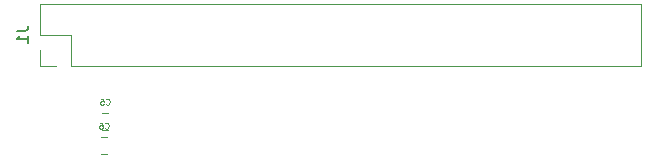
<source format=gbr>
%TF.GenerationSoftware,KiCad,Pcbnew,(5.1.9)-1*%
%TF.CreationDate,2021-05-10T08:30:50+10:00*%
%TF.ProjectId,FlightBridgePCB,466c6967-6874-4427-9269-646765504342,rev?*%
%TF.SameCoordinates,Original*%
%TF.FileFunction,Legend,Bot*%
%TF.FilePolarity,Positive*%
%FSLAX46Y46*%
G04 Gerber Fmt 4.6, Leading zero omitted, Abs format (unit mm)*
G04 Created by KiCad (PCBNEW (5.1.9)-1) date 2021-05-10 08:30:50*
%MOMM*%
%LPD*%
G01*
G04 APERTURE LIST*
%ADD10C,0.120000*%
%ADD11C,0.125000*%
%ADD12C,0.150000*%
G04 APERTURE END LIST*
D10*
%TO.C,C6*%
X122964752Y-80164000D02*
X122442248Y-80164000D01*
X122964752Y-81634000D02*
X122442248Y-81634000D01*
%TO.C,C5*%
X123048752Y-78132000D02*
X122526248Y-78132000D01*
X123048752Y-79602000D02*
X122526248Y-79602000D01*
%TO.C,J1*%
X117288000Y-68904000D02*
X117288000Y-71504000D01*
X117288000Y-68904000D02*
X168208000Y-68904000D01*
X168208000Y-68904000D02*
X168208000Y-74104000D01*
X119888000Y-74104000D02*
X168208000Y-74104000D01*
X119888000Y-71504000D02*
X119888000Y-74104000D01*
X117288000Y-71504000D02*
X119888000Y-71504000D01*
X117288000Y-74104000D02*
X118618000Y-74104000D01*
X117288000Y-72774000D02*
X117288000Y-74104000D01*
%TO.C,C6*%
D11*
X122786833Y-79397571D02*
X122810642Y-79421380D01*
X122882071Y-79445190D01*
X122929690Y-79445190D01*
X123001119Y-79421380D01*
X123048738Y-79373761D01*
X123072547Y-79326142D01*
X123096357Y-79230904D01*
X123096357Y-79159476D01*
X123072547Y-79064238D01*
X123048738Y-79016619D01*
X123001119Y-78969000D01*
X122929690Y-78945190D01*
X122882071Y-78945190D01*
X122810642Y-78969000D01*
X122786833Y-78992809D01*
X122358261Y-78945190D02*
X122453500Y-78945190D01*
X122501119Y-78969000D01*
X122524928Y-78992809D01*
X122572547Y-79064238D01*
X122596357Y-79159476D01*
X122596357Y-79349952D01*
X122572547Y-79397571D01*
X122548738Y-79421380D01*
X122501119Y-79445190D01*
X122405880Y-79445190D01*
X122358261Y-79421380D01*
X122334452Y-79397571D01*
X122310642Y-79349952D01*
X122310642Y-79230904D01*
X122334452Y-79183285D01*
X122358261Y-79159476D01*
X122405880Y-79135666D01*
X122501119Y-79135666D01*
X122548738Y-79159476D01*
X122572547Y-79183285D01*
X122596357Y-79230904D01*
%TO.C,C5*%
X122870833Y-77365571D02*
X122894642Y-77389380D01*
X122966071Y-77413190D01*
X123013690Y-77413190D01*
X123085119Y-77389380D01*
X123132738Y-77341761D01*
X123156547Y-77294142D01*
X123180357Y-77198904D01*
X123180357Y-77127476D01*
X123156547Y-77032238D01*
X123132738Y-76984619D01*
X123085119Y-76937000D01*
X123013690Y-76913190D01*
X122966071Y-76913190D01*
X122894642Y-76937000D01*
X122870833Y-76960809D01*
X122418452Y-76913190D02*
X122656547Y-76913190D01*
X122680357Y-77151285D01*
X122656547Y-77127476D01*
X122608928Y-77103666D01*
X122489880Y-77103666D01*
X122442261Y-77127476D01*
X122418452Y-77151285D01*
X122394642Y-77198904D01*
X122394642Y-77317952D01*
X122418452Y-77365571D01*
X122442261Y-77389380D01*
X122489880Y-77413190D01*
X122608928Y-77413190D01*
X122656547Y-77389380D01*
X122680357Y-77365571D01*
%TO.C,J1*%
D12*
X115300380Y-71170666D02*
X116014666Y-71170666D01*
X116157523Y-71123047D01*
X116252761Y-71027809D01*
X116300380Y-70884952D01*
X116300380Y-70789714D01*
X116300380Y-72170666D02*
X116300380Y-71599238D01*
X116300380Y-71884952D02*
X115300380Y-71884952D01*
X115443238Y-71789714D01*
X115538476Y-71694476D01*
X115586095Y-71599238D01*
%TD*%
M02*

</source>
